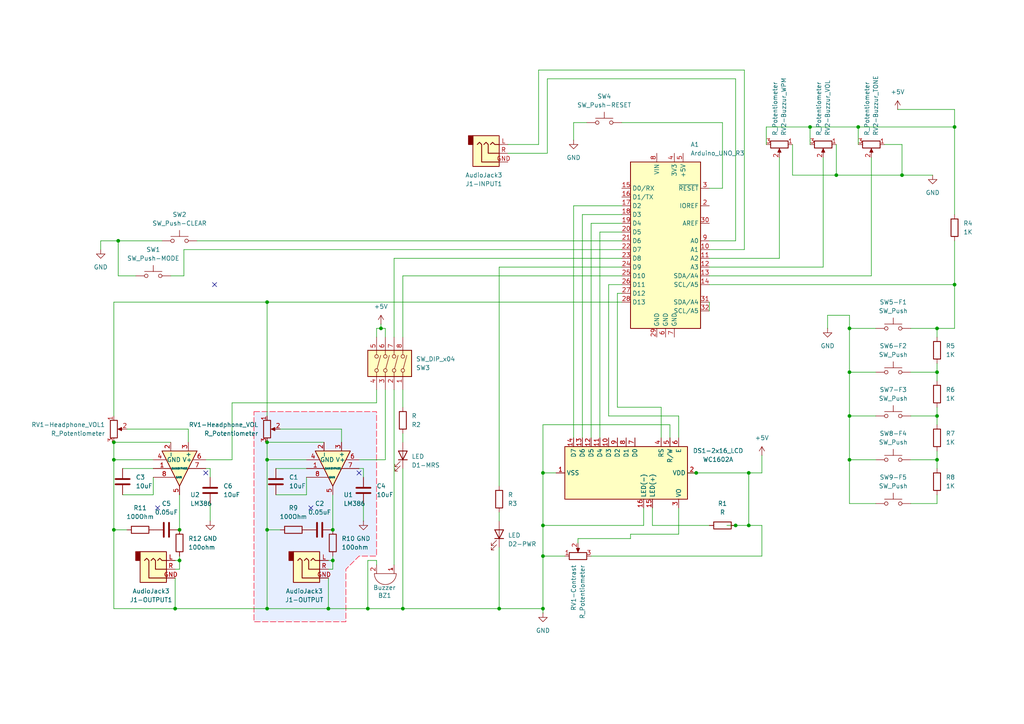
<source format=kicad_sch>
(kicad_sch (version 20250114) (generator "eeschema") (generator_version "9.0")
  (paper "A4")
  (lib_symbols
    (symbol "Amplifier_Audio:LM386" (pin_names (offset 0.127))
      (property "Reference" "U" (at 1.27 7.62 0))
      (property "Value" "LM386" (at 1.27 5.08 0))
      (symbol "LM386_0_1"
        (polyline (pts (xy 5.08 0) (xy -5.08 5.08) (xy -5.08 -5.08) (xy 5.08 0)) (stroke (width 0.254)) (fill (type background)))
      )
      (symbol "LM386_1_1"
        (pin input line (at -7.62 2.54 0) (length 2.54) (name "+") (number "3"))
        (pin input line (at -7.62 -2.54 0) (length 2.54) (name "-") (number "2"))
        (pin power_in line (at -2.54 7.62 270) (length 3.81) (name "V+") (number "6"))
        (pin power_in line (at -2.54 -7.62 90) (length 3.81) (name "GND") (number "4"))
        (pin input line (at 0 7.62 270) (length 5.08) (name "BYPASS") (number "7"))
        (pin input line (at 0 -7.62 90) (length 5.08) (name "GAIN") (number "1"))
        (pin input line (at 2.54 -7.62 90) (length 6.35) (name "GAIN") (number "8"))
        (pin output line (at 7.62 0 180) (length 2.54) (name "~") (number "5"))
      )
    )
    (symbol "Connector_Audio:AudioJack3"
      (property "Reference" "J1-INPUT" (at -1.905 8.89 0))
      (property "Value" "AudioJack3" (at -1.905 6.35 0))
      (symbol "AudioJack3_0_1"
        (rectangle (start -5.08 -5.08) (end -6.35 -2.54) (stroke (width 0.254)) (fill (type outline)))
        (polyline (pts (xy -1.905 -2.54) (xy -1.27 -3.175) (xy -0.635 -2.54) (xy -0.635 0) (xy 2.54 0)) (stroke (width 0.254)))
        (polyline (pts (xy 0 -2.54) (xy 0.635 -3.175) (xy 1.27 -2.54) (xy 2.54 -2.54)) (stroke (width 0.254)))
        (rectangle (start 2.54 3.81) (end -5.08 -5.08) (stroke (width 0.254)) (fill (type background)))
        (polyline (pts (xy 2.54 2.54) (xy -2.54 2.54) (xy -2.54 -2.54) (xy -3.175 -3.175) (xy -3.81 -2.54)) (stroke (width 0.254)))
      )
      (symbol "AudioJack3_1_1"
        (pin passive line (at 5.08 2.54 180) (length 2.54) (name "~") (number "GND"))
        (pin passive line (at 5.08 0 180) (length 2.54) (name "~") (number "R"))
        (pin passive line (at 5.08 -2.54 180) (length 2.54) (name "~") (number "L"))
      )
    )
    (symbol "Device:Buzzer" (pin_names (offset 0.0254) (hide yes))
      (property "Reference" "BZ" (at 3.81 1.27 0))
      (property "Value" "Buzzer" (at 3.81 -1.27 0))
      (symbol "Buzzer_0_1"
        (polyline (pts (xy -1.651 1.905) (xy -1.143 1.905)))
        (polyline (pts (xy -1.397 2.159) (xy -1.397 1.651)))
        (arc (start 0 3.175) (mid 3.1612 0) (end 0 -3.175))
        (polyline (pts (xy 0 3.175) (xy 0 -3.175)))
      )
      (symbol "Buzzer_1_1"
        (pin passive line (at -2.54 2.54 0) (length 2.54) (name "+") (number "1"))
        (pin passive line (at -2.54 -2.54 0) (length 2.54) (name "-") (number "2"))
      )
    )
    (symbol "Device:C" (pin_numbers (hide yes)) (pin_names (offset 0.254))
      (property "Reference" "C" (at 0.635 2.54 0))
      (property "Value" "C" (at 0.635 -2.54 0))
      (symbol "C_0_1"
        (polyline (pts (xy -2.032 0.762) (xy 2.032 0.762)) (stroke (width 0.508)))
        (polyline (pts (xy -2.032 -0.762) (xy 2.032 -0.762)) (stroke (width 0.508)))
      )
      (symbol "C_1_1"
        (pin passive line (at 0 3.81 270) (length 2.794) (name "~") (number "1"))
        (pin passive line (at 0 -3.81 90) (length 2.794) (name "~") (number "2"))
      )
    )
    (symbol "Device:LED" (pin_numbers (hide yes)) (pin_names (offset 1.016) (hide yes))
      (property "Reference" "D" (at 0 2.54 0))
      (property "Value" "LED" (at 0 -2.54 0))
      (symbol "LED_0_1"
        (polyline (pts (xy -3.048 -0.762) (xy -4.572 -2.286) (xy -3.81 -2.286) (xy -4.572 -2.286) (xy -4.572 -1.524)))
        (polyline (pts (xy -1.778 -0.762) (xy -3.302 -2.286) (xy -2.54 -2.286) (xy -3.302 -2.286) (xy -3.302 -1.524)))
        (polyline (pts (xy -1.27 0) (xy 1.27 0)))
        (polyline (pts (xy -1.27 -1.27) (xy -1.27 1.27)) (stroke (width 0.254)))
        (polyline (pts (xy 1.27 -1.27) (xy 1.27 1.27) (xy -1.27 0) (xy 1.27 -1.27)) (stroke (width 0.254)))
      )
      (symbol "LED_1_1"
        (pin passive line (at -3.81 0 0) (length 2.54) (name "K") (number "1"))
        (pin passive line (at 3.81 0 180) (length 2.54) (name "A") (number "2"))
      )
    )
    (symbol "Device:R" (pin_numbers (hide yes)) (pin_names (offset 0))
      (property "Reference" "R" (at 2.032 0 90))
      (property "Value" "R" (at 0 0 90))
      (symbol "R_0_1"
        (rectangle (start -1.016 -2.54) (end 1.016 2.54) (stroke (width 0.254)))
      )
      (symbol "R_1_1"
        (pin passive line (at 0 3.81 270) (length 1.27) (name "~") (number "1"))
        (pin passive line (at 0 -3.81 90) (length 1.27) (name "~") (number "2"))
      )
    )
    (symbol "Device:R_Potentiometer" (pin_names (offset 1.016) (hide yes))
      (property "Reference" "RV" (at -4.445 0 90))
      (property "Value" "R_Potentiometer" (at -2.54 0 90))
      (symbol "R_Potentiometer_0_1"
        (rectangle (start 1.016 2.54) (end -1.016 -2.54) (stroke (width 0.254)))
        (polyline (pts (xy 1.143 0) (xy 2.286 0.508) (xy 2.286 -0.508) (xy 1.143 0)) (fill (type outline)))
        (polyline (pts (xy 2.54 0) (xy 1.524 0)))
      )
      (symbol "R_Potentiometer_1_1"
        (pin passive line (at 0 3.81 270) (length 1.27) (name "1") (number "1"))
        (pin passive line (at 0 -3.81 90) (length 1.27) (name "3") (number "3"))
        (pin passive line (at 3.81 0 180) (length 1.27) (name "2") (number "2"))
      )
    )
    (symbol "Display_Character:WC1602A"
      (property "Reference" "DS" (at -5.842 19.05 0))
      (property "Value" "WC1602A" (at 5.334 19.05 0))
      (symbol "WC1602A_1_1"
        (rectangle (start -7.62 17.78) (end 7.62 -17.78) (stroke (width 0.254)) (fill (type background)))
        (pin input line (at -10.16 15.24 0) (length 2.54) (name "E") (number "6"))
        (pin input line (at -10.16 12.7 0) (length 2.54) (name "R/W") (number "5"))
        (pin input line (at -10.16 10.16 0) (length 2.54) (name "RS") (number "4"))
        (pin input line (at -10.16 2.54 0) (length 2.54) (name "D0") (number "7"))
        (pin input line (at -10.16 0 0) (length 2.54) (name "D1") (number "8"))
        (pin input line (at -10.16 -2.54 0) (length 2.54) (name "D2") (number "9"))
        (pin input line (at -10.16 -5.08 0) (length 2.54) (name "D3") (number "10"))
        (pin input line (at -10.16 -7.62 0) (length 2.54) (name "D4") (number "11"))
        (pin input line (at -10.16 -10.16 0) (length 2.54) (name "D5") (number "12"))
        (pin input line (at -10.16 -12.7 0) (length 2.54) (name "D6") (number "13"))
        (pin input line (at -10.16 -15.24 0) (length 2.54) (name "D7") (number "14"))
        (pin power_in line (at 0 20.32 270) (length 2.54) (name "VDD") (number "2"))
        (pin power_in line (at 0 -20.32 90) (length 2.54) (name "VSS") (number "1"))
        (pin input line (at 10.16 15.24 180) (length 2.54) (name "VO") (number "3"))
        (pin power_in line (at 10.16 7.62 180) (length 2.54) (name "LED(+)") (number "15"))
        (pin power_in line (at 10.16 5.08 180) (length 2.54) (name "LED(-)") (number "16"))
      )
    )
    (symbol "MCU_Module:Arduino_UNO_R3"
      (property "Reference" "A" (at -10.16 23.495 0))
      (property "Value" "Arduino_UNO_R3" (at 5.08 -26.67 0))
      (symbol "Arduino_UNO_R3_0_1"
        (rectangle (start -10.16 22.86) (end 10.16 -25.4) (stroke (width 0.254)) (fill (type background)))
      )
      (symbol "Arduino_UNO_R3_1_1"
        (pin bidirectional line (at -12.7 15.24 0) (length 2.54) (name "D0/RX") (number "15"))
        (pin bidirectional line (at -12.7 12.7 0) (length 2.54) (name "D1/TX") (number "16"))
        (pin bidirectional line (at -12.7 10.16 0) (length 2.54) (name "D2") (number "17"))
        (pin bidirectional line (at -12.7 7.62 0) (length 2.54) (name "D3") (number "18"))
        (pin bidirectional line (at -12.7 5.08 0) (length 2.54) (name "D4") (number "19"))
        (pin bidirectional line (at -12.7 2.54 0) (length 2.54) (name "D5") (number "20"))
        (pin bidirectional line (at -12.7 0 0) (length 2.54) (name "D6") (number "21"))
        (pin bidirectional line (at -12.7 -2.54 0) (length 2.54) (name "D7") (number "22"))
        (pin bidirectional line (at -12.7 -5.08 0) (length 2.54) (name "D8") (number "23"))
        (pin bidirectional line (at -12.7 -7.62 0) (length 2.54) (name "D9") (number "24"))
        (pin bidirectional line (at -12.7 -10.16 0) (length 2.54) (name "D10") (number "25"))
        (pin bidirectional line (at -12.7 -12.7 0) (length 2.54) (name "D11") (number "26"))
        (pin bidirectional line (at -12.7 -15.24 0) (length 2.54) (name "D12") (number "27"))
        (pin bidirectional line (at -12.7 -17.78 0) (length 2.54) (name "D13") (number "28"))
        (pin no_connect line (at -10.16 -20.32 0) (length 2.54) (hide yes) (name "NC") (number "1"))
        (pin power_in line (at -2.54 25.4 270) (length 2.54) (name "VIN") (number "8"))
        (pin power_in line (at -2.54 -27.94 90) (length 2.54) (name "GND") (number "29"))
        (pin power_in line (at 0 -27.94 90) (length 2.54) (name "GND") (number "6"))
        (pin power_out line (at 2.54 25.4 270) (length 2.54) (name "3V3") (number "4"))
        (pin power_in line (at 2.54 -27.94 90) (length 2.54) (name "GND") (number "7"))
        (pin power_out line (at 5.08 25.4 270) (length 2.54) (name "+5V") (number "5"))
        (pin input line (at 12.7 15.24 180) (length 2.54) (name "~{RESET}") (number "3"))
        (pin output line (at 12.7 10.16 180) (length 2.54) (name "IOREF") (number "2"))
        (pin input line (at 12.7 5.08 180) (length 2.54) (name "AREF") (number "30"))
        (pin bidirectional line (at 12.7 0 180) (length 2.54) (name "A0") (number "9"))
        (pin bidirectional line (at 12.7 -2.54 180) (length 2.54) (name "A1") (number "10"))
        (pin bidirectional line (at 12.7 -5.08 180) (length 2.54) (name "A2") (number "11"))
        (pin bidirectional line (at 12.7 -7.62 180) (length 2.54) (name "A3") (number "12"))
        (pin bidirectional line (at 12.7 -10.16 180) (length 2.54) (name "SDA/A4") (number "13"))
        (pin bidirectional line (at 12.7 -12.7 180) (length 2.54) (name "SCL/A5") (number "14"))
        (pin bidirectional line (at 12.7 -17.78 180) (length 2.54) (name "SDA/A4") (number "31"))
        (pin bidirectional line (at 12.7 -20.32 180) (length 2.54) (name "SCL/A5") (number "32"))
      )
    )
    (symbol "R_Potentiometer_1" (pin_names (offset 1.016) (hide yes))
      (property "Reference" "RV" (at -4.445 0 90))
      (property "Value" "R_Potentiometer" (at -2.54 0 90))
      (symbol "R_Potentiometer_1_0_1"
        (rectangle (start 1.016 2.54) (end -1.016 -2.54) (stroke (width 0.254)))
        (polyline (pts (xy 1.143 0) (xy 2.286 0.508) (xy 2.286 -0.508) (xy 1.143 0)) (fill (type outline)))
        (polyline (pts (xy 2.54 0) (xy 1.524 0)))
      )
      (symbol "R_Potentiometer_1_1_1"
        (pin passive line (at 0 3.81 270) (length 1.27) (name "1") (number "1"))
        (pin passive line (at 0 -3.81 90) (length 1.27) (name "3") (number "3"))
        (pin passive line (at 3.81 0 180) (length 1.27) (name "2") (number "2"))
      )
    )
    (symbol "Switch:SW_DIP_x04" (pin_names (offset 0) (hide yes))
      (property "Reference" "SW" (at 0 8.89 0))
      (property "Value" "SW_DIP_x04" (at 0 -6.35 0))
      (symbol "SW_DIP_x04_0_0"
        (circle (center -2.032 5.08) (radius 0.508))
        (circle (center -2.032 2.54) (radius 0.508))
        (circle (center -2.032 0) (radius 0.508))
        (circle (center -2.032 -2.54) (radius 0.508))
        (polyline (pts (xy -1.524 5.207) (xy 2.3622 6.2484)))
        (polyline (pts (xy -1.524 2.667) (xy 2.3622 3.7084)))
        (polyline (pts (xy -1.524 0.127) (xy 2.3622 1.1684)))
        (polyline (pts (xy -1.524 -2.3876) (xy 2.3622 -1.3462)))
        (circle (center 2.032 5.08) (radius 0.508))
        (circle (center 2.032 2.54) (radius 0.508))
        (circle (center 2.032 0) (radius 0.508))
        (circle (center 2.032 -2.54) (radius 0.508))
      )
      (symbol "SW_DIP_x04_0_1"
        (rectangle (start -3.81 7.62) (end 3.81 -5.08) (stroke (width 0.254)) (fill (type background)))
      )
      (symbol "SW_DIP_x04_1_1"
        (pin passive line (at -7.62 5.08 0) (length 5.08) (name "~") (number "1"))
        (pin passive line (at -7.62 2.54 0) (length 5.08) (name "~") (number "2"))
        (pin passive line (at -7.62 0 0) (length 5.08) (name "~") (number "3"))
        (pin passive line (at -7.62 -2.54 0) (length 5.08) (name "~") (number "4"))
        (pin passive line (at 7.62 5.08 180) (length 5.08) (name "~") (number "8"))
        (pin passive line (at 7.62 2.54 180) (length 5.08) (name "~") (number "7"))
        (pin passive line (at 7.62 0 180) (length 5.08) (name "~") (number "6"))
        (pin passive line (at 7.62 -2.54 180) (length 5.08) (name "~") (number "5"))
      )
    )
    (symbol "Switch:SW_Push" (pin_numbers (hide yes)) (pin_names (offset 1.016) (hide yes))
      (property "Reference" "SW" (at 1.27 2.54 0))
      (property "Value" "SW_Push" (at 0 -1.524 0))
      (symbol "SW_Push_0_1"
        (circle (center -2.032 0) (radius 0.508))
        (polyline (pts (xy 0 1.27) (xy 0 3.048)))
        (circle (center 2.032 0) (radius 0.508))
        (polyline (pts (xy 2.54 1.27) (xy -2.54 1.27)))
        (pin passive line (at -5.08 0 0) (length 2.54) (name "1") (number "1"))
        (pin passive line (at 5.08 0 180) (length 2.54) (name "2") (number "2"))
      )
    )
    (symbol "power:+5V" (power) (pin_numbers (hide yes)) (pin_names (offset 0) (hide yes))
      (property "Value" "+5V" (at 0 3.556 0))
      (symbol "+5V_0_1"
        (polyline (pts (xy -0.762 1.27) (xy 0 2.54)))
        (polyline (pts (xy 0 2.54) (xy 0.762 1.27)))
        (polyline (pts (xy 0 0) (xy 0 2.54)))
      )
      (symbol "+5V_1_1"
        (pin power_in line (at 0 0 90) (length 0) (name "~") (number "1"))
      )
    )
    (symbol "power:GND" (power) (pin_numbers (hide yes)) (pin_names (offset 0) (hide yes))
      (property "Value" "GND" (at 0 -3.81 0))
      (symbol "GND_0_1"
        (polyline (pts (xy 0 0) (xy 0 -1.27) (xy 1.27 -1.27) (xy 0 -2.54) (xy -1.27 -1.27) (xy 0 -1.27)))
      )
      (symbol "GND_1_1"
        (pin power_in line (at 0 0 270) (length 0) (name "~") (number "1"))
      )
    )
  )
  (junction (at 271.78 133.35))
  (junction (at 52.07 153.67))
  (junction (at 276.86 36.83))
  (junction (at 157.48 161.29))
  (junction (at 52.07 162.56))
  (junction (at 110.49 95.25))
  (junction (at 213.36 152.4))
  (junction (at 217.17 152.4))
  (junction (at 116.84 176.53))
  (junction (at 246.38 133.35))
  (junction (at 271.78 120.65))
  (junction (at 271.78 107.95))
  (junction (at 276.86 82.55))
  (junction (at 157.48 137.16))
  (junction (at 246.38 120.65))
  (junction (at 33.02 153.67))
  (junction (at 96.52 162.56))
  (junction (at 234.95 36.83))
  (junction (at 77.47 176.53))
  (junction (at 248.92 36.83))
  (junction (at 246.38 107.95))
  (junction (at 217.17 137.16))
  (junction (at 271.78 95.25))
  (junction (at 96.52 153.67))
  (junction (at 34.29 69.85))
  (junction (at 77.47 87.63))
  (junction (at 95.25 176.53))
  (junction (at 144.78 176.53))
  (junction (at 33.02 128.27))
  (junction (at 77.47 133.35))
  (junction (at 77.47 153.67))
  (junction (at 246.38 95.25))
  (junction (at 261.62 50.8))
  (junction (at 201.93 137.16))
  (junction (at 106.68 176.53))
  (junction (at 157.48 176.53))
  (junction (at 242.57 50.8))
  (junction (at 157.48 152.4))
  (junction (at 77.47 128.27))
  (junction (at 33.02 133.35))
  (junction (at 50.8 176.53))
  (no_connect (at 59.69 137.16))
  (no_connect (at 104.14 137.16))
  (no_connect (at 62.23 82.55))
  (no_connect (at 90.17 147.32))
  (no_connect (at 45.72 147.32))
  (wire (pts (xy 220.98 152.4) (xy 220.98 161.29)))
  (wire (pts (xy 271.78 133.35) (xy 271.78 135.89)))
  (wire (pts (xy 99.06 124.46) (xy 99.06 128.27)))
  (wire (pts (xy 106.68 162.56) (xy 106.68 176.53)))
  (wire (pts (xy 201.93 137.16) (xy 217.17 137.16)))
  (wire (pts (xy 194.31 127) (xy 194.31 123.19)))
  (wire (pts (xy 95.25 165.1) (xy 96.52 165.1)))
  (wire (pts (xy 180.34 72.39) (xy 53.34 72.39)))
  (wire (pts (xy 36.83 124.46) (xy 54.61 124.46)))
  (wire (pts (xy 144.78 176.53) (xy 157.48 176.53)))
  (wire (pts (xy 276.86 36.83) (xy 276.86 62.23)))
  (wire (pts (xy 229.87 41.91) (xy 229.87 50.8)))
  (wire (pts (xy 246.38 146.05) (xy 254 146.05)))
  (wire (pts (xy 158.75 22.86) (xy 213.36 22.86)))
  (wire (pts (xy 176.53 82.55) (xy 180.34 82.55)))
  (wire (pts (xy 157.48 137.16) (xy 157.48 152.4)))
  (wire (pts (xy 246.38 91.44) (xy 240.03 91.44)))
  (wire (pts (xy 271.78 120.65) (xy 271.78 123.19)))
  (wire (pts (xy 196.85 120.65) (xy 176.53 120.65)))
  (wire (pts (xy 53.34 80.01) (xy 49.53 80.01)))
  (wire (pts (xy 109.22 116.84) (xy 109.22 113.03)))
  (wire (pts (xy 220.98 152.4) (xy 217.17 152.4)))
  (wire (pts (xy 157.48 176.53) (xy 157.48 177.8)))
  (wire (pts (xy 77.47 133.35) (xy 88.9 133.35)))
  (wire (pts (xy 29.21 72.39) (xy 29.21 69.85)))
  (wire (pts (xy 248.92 36.83) (xy 276.86 36.83)))
  (wire (pts (xy 33.02 133.35) (xy 44.45 133.35)))
  (wire (pts (xy 170.18 35.56) (xy 166.37 35.56)))
  (wire (pts (xy 234.95 36.83) (xy 248.92 36.83)))
  (wire (pts (xy 276.86 82.55) (xy 276.86 95.25)))
  (wire (pts (xy 261.62 41.91) (xy 261.62 50.8)))
  (wire (pts (xy 205.74 77.47) (xy 238.76 77.47)))
  (wire (pts (xy 106.68 162.56) (xy 109.22 162.56)))
  (wire (pts (xy 77.47 128.27) (xy 93.98 128.27)))
  (wire (pts (xy 33.02 133.35) (xy 33.02 153.67)))
  (wire (pts (xy 110.49 95.25) (xy 111.76 95.25)))
  (wire (pts (xy 215.9 20.32) (xy 215.9 72.39)))
  (wire (pts (xy 88.9 143.51) (xy 80.01 143.51)))
  (wire (pts (xy 110.49 95.25) (xy 109.22 95.25)))
  (wire (pts (xy 209.55 54.61) (xy 209.55 35.56)))
  (wire (pts (xy 240.03 91.44) (xy 240.03 95.25)))
  (wire (pts (xy 222.25 41.91) (xy 222.25 36.83)))
  (wire (pts (xy 29.21 69.85) (xy 34.29 69.85)))
  (wire (pts (xy 157.48 161.29) (xy 157.48 176.53)))
  (wire (pts (xy 52.07 162.56) (xy 52.07 165.1)))
  (wire (pts (xy 95.25 162.56) (xy 96.52 162.56)))
  (wire (pts (xy 77.47 87.63) (xy 77.47 120.65)))
  (wire (pts (xy 205.74 72.39) (xy 215.9 72.39)))
  (wire (pts (xy 157.48 123.19) (xy 157.48 137.16)))
  (wire (pts (xy 110.49 93.98) (xy 110.49 95.25)))
  (wire (pts (xy 116.84 135.89) (xy 116.84 176.53)))
  (wire (pts (xy 213.36 69.85) (xy 205.74 69.85)))
  (wire (pts (xy 105.41 135.89) (xy 104.14 135.89)))
  (wire (pts (xy 194.31 123.19) (xy 157.48 123.19)))
  (wire (pts (xy 96.52 162.56) (xy 96.52 165.1)))
  (wire (pts (xy 205.74 80.01) (xy 252.73 80.01)))
  (wire (pts (xy 95.25 176.53) (xy 77.47 176.53)))
  (wire (pts (xy 44.45 138.43) (xy 44.45 143.51)))
  (wire (pts (xy 157.48 152.4) (xy 186.69 152.4)))
  (wire (pts (xy 158.75 44.45) (xy 158.75 22.86)))
  (wire (pts (xy 96.52 143.51) (xy 96.52 153.67)))
  (wire (pts (xy 180.34 67.31) (xy 173.99 67.31)))
  (wire (pts (xy 57.15 69.85) (xy 180.34 69.85)))
  (wire (pts (xy 156.21 20.32) (xy 156.21 41.91)))
  (wire (pts (xy 220.98 132.08) (xy 220.98 137.16)))
  (wire (pts (xy 264.16 107.95) (xy 271.78 107.95)))
  (wire (pts (xy 105.41 135.89) (xy 105.41 138.43)))
  (wire (pts (xy 234.95 41.91) (xy 234.95 36.83)))
  (wire (pts (xy 246.38 133.35) (xy 246.38 146.05)))
  (wire (pts (xy 276.86 31.75) (xy 276.86 36.83)))
  (wire (pts (xy 52.07 143.51) (xy 52.07 153.67)))
  (wire (pts (xy 246.38 133.35) (xy 254 133.35)))
  (wire (pts (xy 50.8 165.1) (xy 52.07 165.1)))
  (wire (pts (xy 229.87 50.8) (xy 242.57 50.8)))
  (wire (pts (xy 167.64 156.21) (xy 167.64 157.48)))
  (wire (pts (xy 176.53 120.65) (xy 176.53 82.55)))
  (wire (pts (xy 106.68 176.53) (xy 116.84 176.53)))
  (wire (pts (xy 77.47 87.63) (xy 180.34 87.63)))
  (wire (pts (xy 109.22 162.56) (xy 109.22 163.83)))
  (wire (pts (xy 95.25 176.53) (xy 106.68 176.53)))
  (wire (pts (xy 238.76 45.72) (xy 238.76 77.47)))
  (wire (pts (xy 215.9 20.32) (xy 156.21 20.32)))
  (wire (pts (xy 271.78 146.05) (xy 264.16 146.05)))
  (wire (pts (xy 189.23 152.4) (xy 205.74 152.4)))
  (wire (pts (xy 199.39 137.16) (xy 201.93 137.16)))
  (wire (pts (xy 67.31 116.84) (xy 109.22 116.84)))
  (wire (pts (xy 186.69 147.32) (xy 186.69 152.4)))
  (wire (pts (xy 166.37 35.56) (xy 166.37 40.64)))
  (wire (pts (xy 271.78 107.95) (xy 271.78 105.41)))
  (wire (pts (xy 109.22 95.25) (xy 109.22 97.79)))
  (wire (pts (xy 95.25 167.64) (xy 95.25 176.53)))
  (wire (pts (xy 88.9 138.43) (xy 88.9 143.51)))
  (wire (pts (xy 171.45 64.77) (xy 171.45 127)))
  (wire (pts (xy 50.8 176.53) (xy 77.47 176.53)))
  (wire (pts (xy 168.91 62.23) (xy 168.91 127)))
  (wire (pts (xy 171.45 64.77) (xy 180.34 64.77)))
  (wire (pts (xy 242.57 41.91) (xy 242.57 50.8)))
  (wire (pts (xy 147.32 44.45) (xy 158.75 44.45)))
  (wire (pts (xy 246.38 120.65) (xy 254 120.65)))
  (wire (pts (xy 104.14 133.35) (xy 111.76 133.35)))
  (wire (pts (xy 60.96 146.05) (xy 60.96 151.13)))
  (wire (pts (xy 157.48 152.4) (xy 157.48 161.29)))
  (wire (pts (xy 179.07 85.09) (xy 180.34 85.09)))
  (wire (pts (xy 248.92 41.91) (xy 248.92 36.83)))
  (wire (pts (xy 246.38 95.25) (xy 246.38 107.95)))
  (wire (pts (xy 50.8 162.56) (xy 52.07 162.56)))
  (wire (pts (xy 111.76 113.03) (xy 111.76 133.35)))
  (wire (pts (xy 60.96 135.89) (xy 59.69 135.89)))
  (wire (pts (xy 213.36 152.4) (xy 217.17 152.4)))
  (wire (pts (xy 33.02 128.27) (xy 49.53 128.27)))
  (wire (pts (xy 276.86 95.25) (xy 271.78 95.25)))
  (wire (pts (xy 144.78 77.47) (xy 180.34 77.47)))
  (wire (pts (xy 242.57 50.8) (xy 261.62 50.8)))
  (wire (pts (xy 114.3 113.03) (xy 114.3 163.83)))
  (wire (pts (xy 210.82 152.4) (xy 213.36 152.4)))
  (wire (pts (xy 205.74 54.61) (xy 209.55 54.61)))
  (wire (pts (xy 80.01 135.89) (xy 88.9 135.89)))
  (wire (pts (xy 179.07 118.11) (xy 179.07 85.09)))
  (wire (pts (xy 33.02 153.67) (xy 36.83 153.67)))
  (wire (pts (xy 276.86 69.85) (xy 276.86 82.55)))
  (wire (pts (xy 163.83 161.29) (xy 157.48 161.29)))
  (wire (pts (xy 271.78 143.51) (xy 271.78 146.05)))
  (wire (pts (xy 33.02 128.27) (xy 33.02 133.35)))
  (wire (pts (xy 189.23 147.32) (xy 189.23 152.4)))
  (wire (pts (xy 264.16 133.35) (xy 271.78 133.35)))
  (wire (pts (xy 182.88 156.21) (xy 167.64 156.21)))
  (wire (pts (xy 246.38 120.65) (xy 246.38 133.35)))
  (wire (pts (xy 191.77 118.11) (xy 179.07 118.11)))
  (wire (pts (xy 77.47 128.27) (xy 77.47 133.35)))
  (wire (pts (xy 144.78 158.75) (xy 144.78 176.53)))
  (wire (pts (xy 166.37 59.69) (xy 166.37 127)))
  (wire (pts (xy 105.41 146.05) (xy 105.41 151.13)))
  (wire (pts (xy 50.8 167.64) (xy 50.8 176.53)))
  (wire (pts (xy 173.99 67.31) (xy 173.99 127)))
  (wire (pts (xy 205.74 90.17) (xy 205.74 87.63)))
  (wire (pts (xy 205.74 82.55) (xy 276.86 82.55)))
  (wire (pts (xy 114.3 74.93) (xy 114.3 97.79)))
  (wire (pts (xy 171.45 161.29) (xy 220.98 161.29)))
  (wire (pts (xy 182.88 154.94) (xy 182.88 156.21)))
  (wire (pts (xy 35.56 135.89) (xy 44.45 135.89)))
  (wire (pts (xy 116.84 128.27) (xy 116.84 125.73)))
  (wire (pts (xy 168.91 62.23) (xy 180.34 62.23)))
  (wire (pts (xy 33.02 153.67) (xy 33.02 176.53)))
  (wire (pts (xy 246.38 107.95) (xy 254 107.95)))
  (wire (pts (xy 116.84 113.03) (xy 116.84 118.11)))
  (wire (pts (xy 196.85 154.94) (xy 182.88 154.94)))
  (wire (pts (xy 180.34 59.69) (xy 166.37 59.69)))
  (wire (pts (xy 114.3 74.93) (xy 180.34 74.93)))
  (wire (pts (xy 77.47 153.67) (xy 81.28 153.67)))
  (wire (pts (xy 196.85 127) (xy 196.85 120.65)))
  (wire (pts (xy 213.36 22.86) (xy 213.36 69.85)))
  (wire (pts (xy 264.16 120.65) (xy 271.78 120.65)))
  (wire (pts (xy 60.96 135.89) (xy 60.96 138.43)))
  (wire (pts (xy 196.85 147.32) (xy 196.85 154.94)))
  (wire (pts (xy 271.78 120.65) (xy 271.78 118.11)))
  (wire (pts (xy 33.02 87.63) (xy 33.02 120.65)))
  (wire (pts (xy 256.54 41.91) (xy 261.62 41.91)))
  (wire (pts (xy 116.84 80.01) (xy 116.84 97.79)))
  (wire (pts (xy 96.52 161.29) (xy 96.52 162.56)))
  (wire (pts (xy 276.86 31.75) (xy 260.35 31.75)))
  (wire (pts (xy 226.06 74.93) (xy 205.74 74.93)))
  (wire (pts (xy 254 95.25) (xy 246.38 95.25)))
  (wire (pts (xy 252.73 45.72) (xy 252.73 80.01)))
  (wire (pts (xy 261.62 50.8) (xy 270.51 50.8)))
  (wire (pts (xy 271.78 107.95) (xy 271.78 110.49)))
  (wire (pts (xy 147.32 41.91) (xy 156.21 41.91)))
  (wire (pts (xy 81.28 124.46) (xy 99.06 124.46)))
  (wire (pts (xy 52.07 161.29) (xy 52.07 162.56)))
  (wire (pts (xy 217.17 137.16) (xy 217.17 152.4)))
  (wire (pts (xy 116.84 80.01) (xy 180.34 80.01)))
  (wire (pts (xy 50.8 176.53) (xy 33.02 176.53)))
  (wire (pts (xy 116.84 176.53) (xy 144.78 176.53)))
  (wire (pts (xy 220.98 137.16) (xy 217.17 137.16)))
  (wire (pts (xy 44.45 143.51) (xy 35.56 143.51)))
  (wire (pts (xy 39.37 80.01) (xy 34.29 80.01)))
  (wire (pts (xy 144.78 148.59) (xy 144.78 151.13)))
  (wire (pts (xy 246.38 95.25) (xy 246.38 91.44)))
  (wire (pts (xy 67.31 133.35) (xy 67.31 116.84)))
  (wire (pts (xy 144.78 77.47) (xy 144.78 140.97)))
  (wire (pts (xy 209.55 35.56) (xy 180.34 35.56)))
  (wire (pts (xy 54.61 124.46) (xy 54.61 128.27)))
  (wire (pts (xy 246.38 107.95) (xy 246.38 120.65)))
  (wire (pts (xy 264.16 95.25) (xy 271.78 95.25)))
  (wire (pts (xy 157.48 137.16) (xy 161.29 137.16)))
  (wire (pts (xy 111.76 95.25) (xy 111.76 97.79)))
  (wire (pts (xy 271.78 95.25) (xy 271.78 97.79)))
  (wire (pts (xy 34.29 69.85) (xy 34.29 80.01)))
  (wire (pts (xy 191.77 127) (xy 191.77 118.11)))
  (wire (pts (xy 226.06 45.72) (xy 226.06 74.93)))
  (wire (pts (xy 234.95 36.83) (xy 222.25 36.83)))
  (wire (pts (xy 34.29 69.85) (xy 46.99 69.85)))
  (wire (pts (xy 53.34 72.39) (xy 53.34 80.01)))
  (wire (pts (xy 271.78 133.35) (xy 271.78 130.81)))
  (wire (pts (xy 77.47 133.35) (xy 77.47 153.67)))
  (wire (pts (xy 77.47 153.67) (xy 77.47 176.53)))
  (wire (pts (xy 59.69 133.35) (xy 67.31 133.35)))
  (wire (pts (xy 33.02 87.63) (xy 77.47 87.63)))
  (rule_area (polyline (pts (xy 73.66 119.38) (xy 109.22 119.38) (xy 109.22 161.29) (xy 107.95 161.29) (xy 104.14 161.29) (xy 100.33 165.1) (xy 100.33 180.34) (xy 73.66 180.34)) (stroke (width 0) (type dash) (color 255 0 34 1)) (fill (type color) (color 0 83 255 0.1))))
  (symbol (lib_id "Device:LED") (at 144.78 154.94 270) (mirror x) (unit 1)
    (property "Reference" "D2-PWR" (at 147.32 157.7976 90) (effects (justify left)))
    (property "Value" "LED" (at 147.32 155.2576 90) (effects (justify left)))
    (property "Description" "Light emitting diode" (effects (hide yes)))
    (property "Sim.Pins" "1=K 2=A" (effects (hide yes)))
  )
  (symbol (lib_id "Device:R") (at 144.78 144.78 0) (mirror x) (unit 1)
    (property "Reference" "R3" (at 147.32 146.0501 0) (effects (justify left)))
    (property "Value" "R" (at 147.32 143.5101 0) (effects (justify left)))
    (property "Description" "Resistor" (effects (hide yes)))
  )
  (symbol (lib_id "Device:R_Potentiometer") (at 77.47 124.46 0) (unit 1)
    (property "Reference" "RV1-Headphone_VOL" (at 74.93 123.1899 0) (effects (justify right)))
    (property "Value" "R_Potentiometer" (at 74.93 125.7299 0) (effects (justify right)))
    (property "Description" "Potentiometer" (effects (hide yes)))
  )
  (symbol (lib_id "Device:C") (at 92.71 153.67 270) (unit 1)
    (property "Reference" "C2" (at 92.71 146.05 90))
    (property "Value" "0.05uF" (at 92.71 148.59 90))
    (property "Description" "Unpolarized capacitor" (effects (hide yes)))
  )
  (symbol (lib_id "Device:R_Potentiometer") (at 238.76 41.91 270) (unit 1)
    (property "Reference" "RV2-Buzzur_VOL" (at 240.0301 39.37 0) (effects (justify right)))
    (property "Value" "R_Potentiometer" (at 237.4901 39.37 0) (effects (justify right)))
    (property "Description" "Potentiometer" (effects (hide yes)))
  )
  (symbol (lib_id "MCU_Module:Arduino_UNO_R3") (at 193.04 69.85 0) (unit 1)
    (property "Reference" "A1" (at 200.2633 41.91 0) (effects (justify left)))
    (property "Value" "Arduino_UNO_R3" (at 200.2633 44.45 0) (effects (justify left)))
    (property "Footprint" "Module:Arduino_UNO_R3" (effects (hide yes)))
    (property "Datasheet" "https://www.arduino.cc/en/Main/arduinoBoardUno" (effects (hide yes)))
    (property "Description" "Arduino UNO Microcontroller Module, release 3" (effects (hide yes)))
  )
  (symbol (lib_id "Connector_Audio:AudioJack3") (at 90.17 165.1 0) (mirror x) (unit 1)
    (property "Reference" "J1-OUTPUT" (at 88.265 173.99 0))
    (property "Value" "AudioJack3" (at 88.265 171.45 0))
    (property "Description" "Audio Jack, 3 Poles (Stereo / TRS)" (effects (hide yes)))
  )
  (symbol (lib_id "Device:R") (at 271.78 101.6 0) (unit 1)
    (property "Reference" "R5" (at 274.32 100.3299 0) (effects (justify left)))
    (property "Value" "1K" (at 274.32 102.8699 0) (effects (justify left)))
    (property "Description" "Resistor" (effects (hide yes)))
  )
  (symbol (lib_id "Device:R") (at 52.07 157.48 180) (unit 1)
    (property "Reference" "R12" (at 54.61 156.2099 0) (effects (justify right)))
    (property "Value" "100ohm" (at 54.61 158.7499 0) (effects (justify right)))
    (property "Description" "Resistor" (effects (hide yes)))
  )
  (symbol (lib_id "Device:R_Potentiometer") (at 252.73 41.91 270) (unit 1)
    (property "Reference" "RV2-Buzzur_TONE" (at 254.0001 39.37 0) (effects (justify right)))
    (property "Value" "R_Potentiometer" (at 251.4601 39.37 0) (effects (justify right)))
    (property "Description" "Potentiometer" (effects (hide yes)))
  )
  (symbol (lib_id "Switch:SW_Push") (at 175.26 35.56 0) (unit 1)
    (property "Reference" "SW4" (at 175.26 27.94 0))
    (property "Value" "SW_Push-RESET" (at 175.26 30.48 0))
    (property "Description" "Push button switch, generic, two pins" (effects (hide yes)))
  )
  (symbol (lib_id "Switch:SW_Push") (at 44.45 80.01 0) (unit 1)
    (property "Reference" "SW1" (at 44.45 72.39 0))
    (property "Value" "SW_Push-MODE" (at 44.45 74.93 0))
    (property "Description" "Push button switch, generic, two pins" (effects (hide yes)))
  )
  (symbol (lib_id "Device:R") (at 271.78 114.3 0) (unit 1)
    (property "Reference" "R6" (at 274.32 113.0299 0) (effects (justify left)))
    (property "Value" "1K" (at 274.32 115.5699 0) (effects (justify left)))
    (property "Description" "Resistor" (effects (hide yes)))
  )
  (symbol (lib_id "power:+5V") (at 110.49 93.98 0) (unit 1)
    (property "Reference" "#PWR010" (effects (hide yes)))
    (property "Value" "+5V" (at 110.49 88.9 0))
    (property "Description" "Power symbol creates a global label with name \"+5V\"" (effects (hide yes)))
  )
  (symbol (lib_id "Device:R_Potentiometer") (at 226.06 41.91 270) (unit 1)
    (property "Reference" "RV2-Buzzur_WPM" (at 227.3301 39.37 0) (effects (justify right)))
    (property "Value" "R_Potentiometer" (at 224.7901 39.37 0) (effects (justify right)))
    (property "Description" "Potentiometer" (effects (hide yes)))
  )
  (symbol (lib_id "Device:R") (at 96.52 157.48 180) (unit 1)
    (property "Reference" "R10" (at 99.06 156.2099 0) (effects (justify right)))
    (property "Value" "100ohm" (at 99.06 158.7499 0) (effects (justify right)))
    (property "Description" "Resistor" (effects (hide yes)))
  )
  (symbol (lib_id "Switch:SW_Push") (at 259.08 120.65 0) (unit 1)
    (property "Reference" "SW7-F3" (at 259.08 113.03 0))
    (property "Value" "SW_Push" (at 259.08 115.57 0))
    (property "Description" "Push button switch, generic, two pins" (effects (hide yes)))
  )
  (symbol (lib_id "Device:R") (at 209.55 152.4 90) (unit 1)
    (property "Reference" "R1" (at 209.55 146.05 90))
    (property "Value" "R" (at 209.55 148.59 90))
    (property "Description" "Resistor" (effects (hide yes)))
  )
  (symbol (lib_id "Switch:SW_Push") (at 259.08 146.05 0) (unit 1)
    (property "Reference" "SW9-F5" (at 259.08 138.43 0))
    (property "Value" "SW_Push" (at 259.08 140.97 0))
    (property "Description" "Push button switch, generic, two pins" (effects (hide yes)))
  )
  (symbol (lib_id "Device:R") (at 276.86 66.04 0) (unit 1)
    (property "Reference" "R4" (at 279.4 64.7699 0) (effects (justify left)))
    (property "Value" "1K" (at 279.4 67.3099 0) (effects (justify left)))
    (property "Description" "Resistor" (effects (hide yes)))
  )
  (symbol (lib_id "power:GND") (at 270.51 50.8 0) (unit 1)
    (property "Reference" "#PWR05" (effects (hide yes)))
    (property "Value" "GND" (at 270.51 55.88 0))
    (property "Description" "Power symbol creates a global label with name \"GND\" , ground" (effects (hide yes)))
  )
  (symbol (lib_id "Switch:SW_Push") (at 259.08 107.95 0) (unit 1)
    (property "Reference" "SW6-F2" (at 259.08 100.33 0))
    (property "Value" "SW_Push" (at 259.08 102.87 0))
    (property "Description" "Push button switch, generic, two pins" (effects (hide yes)))
  )
  (symbol (lib_id "Amplifier_Audio:LM386") (at 96.52 135.89 270) (unit 1)
    (property "Reference" "U1" (at 99.6381 143.51 90) (effects (justify left)))
    (property "Value" "LM386" (at 99.6381 146.05 90) (effects (justify left)))
    (property "Datasheet" "http://www.ti.com/lit/ds/symlink/lm386.pdf" (effects (hide yes)))
    (property "Description" "Low Voltage Audio Power Amplifier, DIP-8/SOIC-8/SSOP-8" (effects (hide yes)))
  )
  (symbol (lib_id "Display_Character:WC1602A") (at 181.61 137.16 270) (unit 1)
    (property "Reference" "DS1-2x16_LCD" (at 208.28 130.7398 90))
    (property "Value" "WC1602A" (at 208.28 133.2798 90))
    (property "Footprint" "Display:WC1602A" (effects (hide yes)))
    (property "Datasheet" "http://www.wincomlcd.com/pdf/WC1602A-SFYLYHTC06.pdf" (effects (hide yes)))
    (property "Description" "LCD 16x2 Alphanumeric , 8 bit parallel bus, 5V VDD" (effects (hide yes)))
  )
  (symbol (lib_id "Device:LED") (at 116.84 132.08 270) (mirror x) (unit 1)
    (property "Reference" "D1-MRS" (at 119.38 134.9376 90) (effects (justify left)))
    (property "Value" "LED" (at 119.38 132.3976 90) (effects (justify left)))
    (property "Description" "Light emitting diode" (effects (hide yes)))
    (property "Sim.Pins" "1=K 2=A" (effects (hide yes)))
  )
  (symbol (lib_id "Device:R") (at 40.64 153.67 270) (unit 1)
    (property "Reference" "R11" (at 40.64 147.32 90))
    (property "Value" "100Ohm" (at 40.64 149.86 90))
    (property "Description" "Resistor" (effects (hide yes)))
  )
  (symbol (lib_id "Device:C") (at 80.01 139.7 0) (unit 1)
    (property "Reference" "C1" (at 83.82 138.4299 0) (effects (justify left)))
    (property "Value" "10uF" (at 83.82 140.9699 0) (effects (justify left)))
    (property "Description" "Unpolarized capacitor" (effects (hide yes)))
  )
  (symbol (lib_id "power:GND") (at 157.48 177.8 0) (unit 1)
    (property "Reference" "#PWR02" (effects (hide yes)))
    (property "Value" "GND" (at 157.48 182.88 0))
    (property "Description" "Power symbol creates a global label with name \"GND\" , ground" (effects (hide yes)))
  )
  (symbol (lib_id "Connector_Audio:AudioJack3") (at 142.24 44.45 0) (mirror x) (unit 1)
    (property "Reference" "J1-INPUT1" (at 140.335 53.34 0))
    (property "Value" "AudioJack3" (at 140.335 50.8 0))
    (property "Description" "Audio Jack, 3 Poles (Stereo / TRS)" (effects (hide yes)))
  )
  (symbol (lib_id "Switch:SW_Push") (at 52.07 69.85 0) (unit 1)
    (property "Reference" "SW2" (at 52.07 62.23 0))
    (property "Value" "SW_Push-CLEAR" (at 52.07 64.77 0))
    (property "Description" "Push button switch, generic, two pins" (effects (hide yes)))
  )
  (symbol (lib_id "Device:R") (at 271.78 139.7 0) (unit 1)
    (property "Reference" "R8" (at 274.32 138.4299 0) (effects (justify left)))
    (property "Value" "1K" (at 274.32 140.9699 0) (effects (justify left)))
    (property "Description" "Resistor" (effects (hide yes)))
  )
  (symbol (lib_id "Device:R") (at 271.78 127 0) (unit 1)
    (property "Reference" "R7" (at 274.32 125.7299 0) (effects (justify left)))
    (property "Value" "1K" (at 274.32 128.2699 0) (effects (justify left)))
    (property "Description" "Resistor" (effects (hide yes)))
  )
  (symbol (lib_id "power:GND") (at 29.21 72.39 0) (unit 1)
    (property "Reference" "#PWR011" (effects (hide yes)))
    (property "Value" "GND" (at 29.21 77.47 0))
    (property "Description" "Power symbol creates a global label with name \"GND\" , ground" (effects (hide yes)))
  )
  (symbol (lib_id "Connector_Audio:AudioJack3") (at 45.72 165.1 0) (mirror x) (unit 1)
    (property "Reference" "J1-OUTPUT1" (at 43.815 173.99 0))
    (property "Value" "AudioJack3" (at 43.815 171.45 0))
    (property "Description" "Audio Jack, 3 Poles (Stereo / TRS)" (effects (hide yes)))
  )
  (symbol (lib_id "Device:Buzzer") (at 111.76 166.37 270) (unit 1)
    (property "Reference" "BZ1" (at 113.538 172.72 90) (effects (justify right)))
    (property "Value" "Buzzer" (at 114.808 170.434 90) (effects (justify right)))
    (property "Description" "Buzzer, polarized" (effects (hide yes)))
  )
  (symbol (lib_id "power:GND") (at 105.41 151.13 0) (unit 1)
    (property "Reference" "#PWR09" (effects (hide yes)))
    (property "Value" "GND" (at 105.41 156.21 0))
    (property "Description" "Power symbol creates a global label with name \"GND\" , ground" (effects (hide yes)))
  )
  (symbol (lib_id "power:GND") (at 60.96 151.13 0) (unit 1)
    (property "Reference" "#PWR06" (effects (hide yes)))
    (property "Value" "GND" (at 60.96 156.21 0))
    (property "Description" "Power symbol creates a global label with name \"GND\" , ground" (effects (hide yes)))
  )
  (symbol (lib_id "Device:C") (at 60.96 142.24 0) (unit 1)
    (property "Reference" "C6" (at 64.77 140.9699 0) (effects (justify left)))
    (property "Value" "10uF" (at 64.77 143.5099 0) (effects (justify left)))
    (property "Description" "Unpolarized capacitor" (effects (hide yes)))
  )
  (symbol (lib_id "power:GND") (at 166.37 40.64 0) (unit 1)
    (property "Reference" "#PWR08" (effects (hide yes)))
    (property "Value" "GND" (at 166.37 45.72 0))
    (property "Description" "Power symbol creates a global label with name \"GND\" , ground" (effects (hide yes)))
  )
  (symbol (lib_id "Device:R") (at 85.09 153.67 270) (unit 1)
    (property "Reference" "R9" (at 85.09 147.32 90))
    (property "Value" "100Ohm" (at 85.09 149.86 90))
    (property "Description" "Resistor" (effects (hide yes)))
  )
  (symbol (lib_id "power:+5V") (at 220.98 132.08 0) (unit 1)
    (property "Reference" "#PWR03" (effects (hide yes)))
    (property "Value" "+5V" (at 220.98 127 0))
    (property "Description" "Power symbol creates a global label with name \"+5V\"" (effects (hide yes)))
  )
  (symbol (lib_id "Device:C") (at 35.56 139.7 0) (unit 1)
    (property "Reference" "C3" (at 39.37 138.4299 0) (effects (justify left)))
    (property "Value" "10uF" (at 39.37 140.9699 0) (effects (justify left)))
    (property "Description" "Unpolarized capacitor" (effects (hide yes)))
  )
  (symbol (lib_id "Amplifier_Audio:LM386") (at 52.07 135.89 270) (unit 1)
    (property "Reference" "U2" (at 55.1881 143.51 90) (effects (justify left)))
    (property "Value" "LM386" (at 55.1881 146.05 90) (effects (justify left)))
    (property "Datasheet" "http://www.ti.com/lit/ds/symlink/lm386.pdf" (effects (hide yes)))
    (property "Description" "Low Voltage Audio Power Amplifier, DIP-8/SOIC-8/SSOP-8" (effects (hide yes)))
  )
  (symbol (lib_id "power:+5V") (at 260.35 31.75 0) (unit 1)
    (property "Reference" "#PWR01" (effects (hide yes)))
    (property "Value" "+5V" (at 260.35 26.67 0))
    (property "Description" "Power symbol creates a global label with name \"+5V\"" (effects (hide yes)))
  )
  (symbol (lib_id "Device:C") (at 48.26 153.67 270) (unit 1)
    (property "Reference" "C5" (at 48.26 146.05 90))
    (property "Value" "0.05uF" (at 48.26 148.59 90))
    (property "Description" "Unpolarized capacitor" (effects (hide yes)))
  )
  (symbol (lib_id "Device:R_Potentiometer") (at 33.02 124.46 0) (unit 1)
    (property "Reference" "RV1-Headphone_VOL1" (at 30.48 123.1899 0) (effects (justify right)))
    (property "Value" "R_Potentiometer" (at 30.48 125.7299 0) (effects (justify right)))
    (property "Description" "Potentiometer" (effects (hide yes)))
  )
  (symbol (lib_id "Device:C") (at 105.41 142.24 0) (unit 1)
    (property "Reference" "C4" (at 109.22 140.9699 0) (effects (justify left)))
    (property "Value" "10uF" (at 109.22 143.5099 0) (effects (justify left)))
    (property "Description" "Unpolarized capacitor" (effects (hide yes)))
  )
  (symbol (lib_id "Switch:SW_Push") (at 259.08 95.25 0) (unit 1)
    (property "Reference" "SW5-F1" (at 259.08 87.63 0))
    (property "Value" "SW_Push" (at 259.08 90.17 0))
    (property "Description" "Push button switch, generic, two pins" (effects (hide yes)))
  )
  (symbol (lib_id "Switch:SW_Push") (at 259.08 133.35 0) (unit 1)
    (property "Reference" "SW8-F4" (at 259.08 125.73 0))
    (property "Value" "SW_Push" (at 259.08 128.27 0))
    (property "Description" "Push button switch, generic, two pins" (effects (hide yes)))
  )
  (symbol (lib_id "Device:R") (at 116.84 121.92 0) (mirror x) (unit 1)
    (property "Reference" "R2" (at 119.38 123.1901 0) (effects (justify left)))
    (property "Value" "R" (at 119.38 120.6501 0) (effects (justify left)))
    (property "Description" "Resistor" (effects (hide yes)))
  )
  (symbol (lib_id "power:GND") (at 240.03 95.25 0) (unit 1)
    (property "Reference" "#PWR07" (effects (hide yes)))
    (property "Value" "GND" (at 240.03 100.33 0))
    (property "Description" "Power symbol creates a global label with name \"GND\" , ground" (effects (hide yes)))
  )
  (symbol (lib_id "Switch:SW_DIP_x04") (at 111.76 105.41 270) (mirror x) (unit 1)
    (property "Reference" "SW3" (at 120.65 106.6801 90) (effects (justify left)))
    (property "Value" "SW_DIP_x04" (at 120.65 104.1401 90) (effects (justify left)))
    (property "Description" "4x DIP Switch, Single Pole Single Throw (SPST) switch, small symbol" (effects (hide yes)))
  )
  (symbol (lib_name "R_Potentiometer_1") (lib_id "Device:R_Potentiometer") (at 167.64 161.29 90) (unit 1)
    (property "Reference" "RV1-Contrast" (at 166.3699 163.83 0) (effects (justify right)))
    (property "Value" "R_Potentiometer" (at 168.9099 163.83 0) (effects (justify right)))
    (property "Description" "Potentiometer" (effects (hide yes)))
  )
)
</source>
